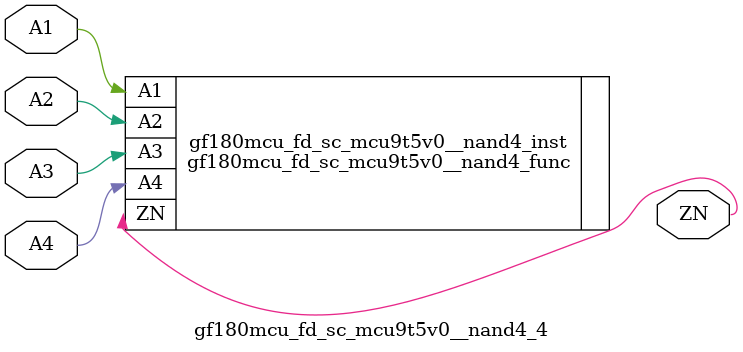
<source format=v>

`ifndef GF180MCU_FD_SC_MCU9T5V0__NAND4_4_V
`define GF180MCU_FD_SC_MCU9T5V0__NAND4_4_V

`include "gf180mcu_fd_sc_mcu9t5v0__nand4.v"

`ifdef USE_POWER_PINS
module gf180mcu_fd_sc_mcu9t5v0__nand4_4( A3, ZN, A4, A2, A1, VDD, VSS );
inout VDD, VSS;
`else // If not USE_POWER_PINS
module gf180mcu_fd_sc_mcu9t5v0__nand4_4( A3, ZN, A4, A2, A1 );
`endif // If not USE_POWER_PINS
input A1, A2, A3, A4;
output ZN;

`ifdef USE_POWER_PINS
  gf180mcu_fd_sc_mcu9t5v0__nand4_func gf180mcu_fd_sc_mcu9t5v0__nand4_inst(.A3(A3),.ZN(ZN),.A4(A4),.A2(A2),.A1(A1),.VDD(VDD),.VSS(VSS));
`else // If not USE_POWER_PINS
  gf180mcu_fd_sc_mcu9t5v0__nand4_func gf180mcu_fd_sc_mcu9t5v0__nand4_inst(.A3(A3),.ZN(ZN),.A4(A4),.A2(A2),.A1(A1));
`endif // If not USE_POWER_PINS

`ifndef FUNCTIONAL
	// spec_gates_begin


	// spec_gates_end



   specify

	// specify_block_begin

	// comb arc A1 --> ZN
	 (A1 => ZN) = (1.0,1.0);

	// comb arc A2 --> ZN
	 (A2 => ZN) = (1.0,1.0);

	// comb arc A3 --> ZN
	 (A3 => ZN) = (1.0,1.0);

	// comb arc A4 --> ZN
	 (A4 => ZN) = (1.0,1.0);

	// specify_block_end

   endspecify

   `endif

endmodule
`endif // GF180MCU_FD_SC_MCU9T5V0__NAND4_4_V

</source>
